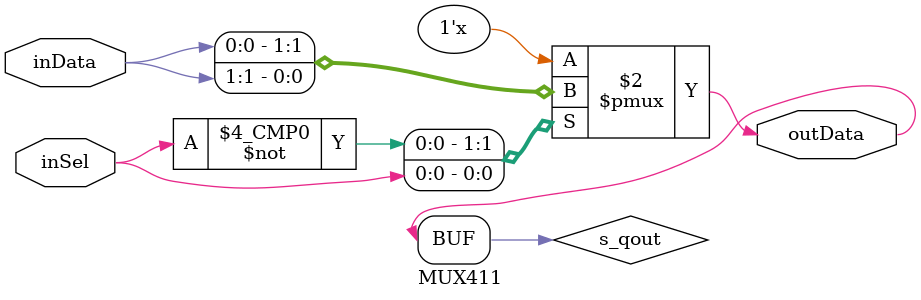
<source format=sv>

module MUX411 (    
    input  [3 : 0]      inData  ,
    input  		inSel   ,      
    output 	        outData  
) ;
 
reg s_qout;

assign outData   =  s_qout ;

always_comb begin : MUX

	case(inSel) 

		1'b0   : begin
			s_qout <= inData[0];
		end		
		
		1'b1   : begin
			s_qout <= inData[1];
		end

	endcase
    
end

endmodule


</source>
